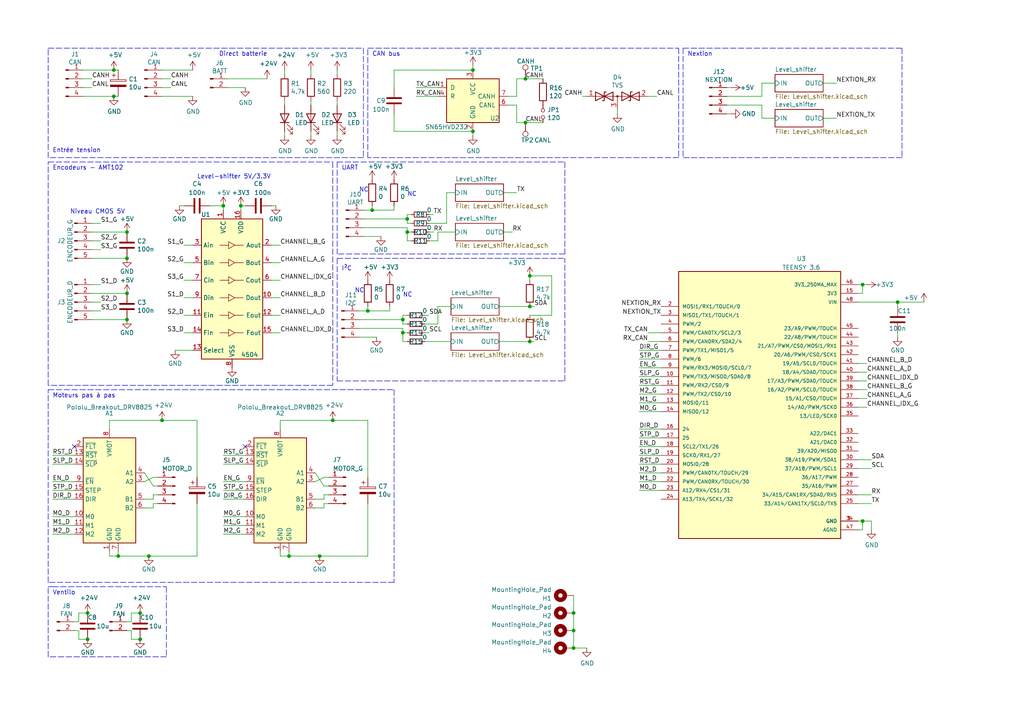
<source format=kicad_sch>
(kicad_sch (version 20211123) (generator eeschema)
  (paper "A4")
  (junction (at 118.11 63.5))
  (junction (at 33.02 27.94))
  (junction (at 166.37 187.96))
  (junction (at 40.64 185.42))
  (junction (at 92.71 161.29))
  (junction (at 166.37 182.88))
  (junction (at 153.67 99.06))
  (junction (at 118.11 67.31))
  (junction (at 36.83 92.71))
  (junction (at 34.29 161.29))
  (junction (at 33.02 20.32))
  (junction (at 69.85 59.69))
  (junction (at 36.83 67.31))
  (junction (at 64.77 59.69))
  (junction (at 152.4 35.56))
  (junction (at 46.99 121.92))
  (junction (at 166.37 177.8))
  (junction (at 260.35 87.63))
  (junction (at 43.18 161.29))
  (junction (at 40.64 177.8))
  (junction (at 137.16 38.1))
  (junction (at 107.95 60.96))
  (junction (at 153.67 80.01))
  (junction (at 116.84 92.71))
  (junction (at 250.19 82.55))
  (junction (at 153.67 88.9))
  (junction (at 106.68 90.17))
  (junction (at 25.4 177.8))
  (junction (at 36.83 74.93))
  (junction (at 25.4 185.42))
  (junction (at 96.52 121.92))
  (junction (at 116.84 96.52))
  (junction (at 137.16 20.32))
  (junction (at 36.83 85.09))
  (junction (at 83.82 161.29))
  (junction (at 250.19 151.13))
  (junction (at 152.4 22.86))
  (no_connect (at 21.59 129.54))
  (no_connect (at 71.12 129.54))
  (wire (pts (xy 44.45 144.78) (xy 44.45 143.51)))
  (wire (pts (xy 43.18 161.29) (xy 34.29 161.29)))
  (wire (pts (xy 44.45 138.43) (xy 45.72 138.43)))
  (wire (pts (xy 69.85 59.69) (xy 71.12 59.69)))
  (wire (pts (xy 248.92 110.49) (xy 251.46 110.49)))
  (wire (pts (xy 81.28 121.92) (xy 81.28 124.46)))
  (wire (pts (xy 24.13 22.86) (xy 26.67 22.86)))
  (wire (pts (xy 22.86 185.42) (xy 25.4 185.42)))
  (wire (pts (xy 26.67 90.17) (xy 29.21 90.17)))
  (wire (pts (xy 38.1 185.42) (xy 40.64 185.42)))
  (wire (pts (xy 147.32 27.94) (xy 149.86 27.94)))
  (wire (pts (xy 129.54 64.77) (xy 129.54 55.88)))
  (wire (pts (xy 118.11 67.31) (xy 119.38 67.31)))
  (polyline (pts (xy 114.3 113.03) (xy 114.3 168.91)))
  (wire (pts (xy 106.68 90.17) (xy 113.03 90.17)))
  (wire (pts (xy 26.67 87.63) (xy 29.21 87.63)))
  (wire (pts (xy 129.54 64.77) (xy 124.46 64.77)))
  (wire (pts (xy 26.67 67.31) (xy 36.83 67.31)))
  (wire (pts (xy 106.68 146.05) (xy 106.68 161.29)))
  (wire (pts (xy 149.86 27.94) (xy 149.86 22.86)))
  (polyline (pts (xy 163.83 46.99) (xy 163.83 73.66)))
  (wire (pts (xy 185.42 139.7) (xy 191.77 139.7)))
  (wire (pts (xy 104.14 90.17) (xy 106.68 90.17)))
  (wire (pts (xy 69.85 60.96) (xy 69.85 59.69)))
  (wire (pts (xy 106.68 90.17) (xy 106.68 88.9)))
  (wire (pts (xy 82.55 38.1) (xy 82.55 39.37)))
  (wire (pts (xy 118.11 66.04) (xy 118.11 67.31)))
  (wire (pts (xy 191.77 114.3) (xy 185.42 114.3)))
  (wire (pts (xy 22.86 182.88) (xy 22.86 185.42)))
  (wire (pts (xy 21.59 134.62) (xy 15.24 134.62)))
  (wire (pts (xy 106.68 138.43) (xy 106.68 121.92)))
  (wire (pts (xy 41.91 137.16) (xy 44.45 140.97)))
  (wire (pts (xy 118.11 62.23) (xy 118.11 63.5)))
  (wire (pts (xy 93.98 144.78) (xy 93.98 143.51)))
  (wire (pts (xy 64.77 60.96) (xy 64.77 59.69)))
  (wire (pts (xy 15.24 152.4) (xy 21.59 152.4)))
  (wire (pts (xy 116.84 93.98) (xy 116.84 92.71)))
  (wire (pts (xy 248.92 118.11) (xy 251.46 118.11)))
  (wire (pts (xy 90.17 29.21) (xy 90.17 30.48)))
  (wire (pts (xy 66.04 22.86) (xy 77.47 22.86)))
  (wire (pts (xy 210.82 33.02) (xy 212.09 33.02)))
  (wire (pts (xy 137.16 38.1) (xy 137.16 39.37)))
  (polyline (pts (xy 105.41 13.97) (xy 105.41 45.72)))
  (wire (pts (xy 166.37 182.88) (xy 166.37 177.8)))
  (polyline (pts (xy 13.97 113.03) (xy 114.3 113.03)))
  (polyline (pts (xy 106.68 13.97) (xy 196.85 13.97)))
  (wire (pts (xy 149.86 35.56) (xy 152.4 35.56)))
  (wire (pts (xy 116.84 96.52) (xy 118.11 96.52)))
  (wire (pts (xy 82.55 29.21) (xy 82.55 30.48)))
  (wire (pts (xy 21.59 144.78) (xy 15.24 144.78)))
  (wire (pts (xy 57.15 146.05) (xy 57.15 161.29)))
  (wire (pts (xy 26.67 74.93) (xy 36.83 74.93)))
  (wire (pts (xy 71.12 139.7) (xy 64.77 139.7)))
  (wire (pts (xy 185.42 116.84) (xy 191.77 116.84)))
  (wire (pts (xy 123.19 91.44) (xy 124.46 91.44)))
  (wire (pts (xy 127 93.98) (xy 123.19 93.98)))
  (wire (pts (xy 24.13 20.32) (xy 33.02 20.32)))
  (polyline (pts (xy 48.26 170.18) (xy 48.26 190.5)))
  (wire (pts (xy 118.11 91.44) (xy 116.84 91.44)))
  (wire (pts (xy 113.03 90.17) (xy 113.03 88.9)))
  (wire (pts (xy 116.84 91.44) (xy 116.84 92.71)))
  (polyline (pts (xy 163.83 73.66) (xy 97.79 73.66)))
  (wire (pts (xy 78.74 86.36) (xy 81.28 86.36)))
  (wire (pts (xy 26.67 82.55) (xy 29.21 82.55)))
  (wire (pts (xy 52.07 59.69) (xy 53.34 59.69)))
  (wire (pts (xy 46.99 27.94) (xy 55.88 27.94)))
  (wire (pts (xy 191.77 104.14) (xy 185.42 104.14)))
  (wire (pts (xy 34.29 160.02) (xy 34.29 161.29)))
  (wire (pts (xy 81.28 161.29) (xy 81.28 160.02)))
  (wire (pts (xy 187.96 27.94) (xy 190.5 27.94)))
  (polyline (pts (xy 48.26 190.5) (xy 13.97 190.5)))
  (polyline (pts (xy 97.79 46.99) (xy 163.83 46.99)))
  (wire (pts (xy 248.92 82.55) (xy 250.19 82.55)))
  (polyline (pts (xy 261.62 13.97) (xy 261.62 45.72)))
  (polyline (pts (xy 196.85 13.97) (xy 196.85 45.72)))
  (wire (pts (xy 36.83 182.88) (xy 38.1 182.88)))
  (wire (pts (xy 38.1 177.8) (xy 38.1 180.34)))
  (wire (pts (xy 114.3 33.02) (xy 114.3 38.1)))
  (wire (pts (xy 114.3 38.1) (xy 137.16 38.1)))
  (wire (pts (xy 114.3 20.32) (xy 137.16 20.32)))
  (wire (pts (xy 22.86 180.34) (xy 21.59 180.34)))
  (polyline (pts (xy 196.85 45.72) (xy 106.68 45.72)))
  (wire (pts (xy 248.92 135.89) (xy 252.73 135.89)))
  (polyline (pts (xy 163.83 110.49) (xy 163.83 74.93)))
  (wire (pts (xy 220.98 34.29) (xy 224.79 34.29)))
  (wire (pts (xy 71.12 142.24) (xy 64.77 142.24)))
  (wire (pts (xy 21.59 132.08) (xy 15.24 132.08)))
  (wire (pts (xy 97.79 38.1) (xy 97.79 39.37)))
  (wire (pts (xy 71.12 134.62) (xy 64.77 134.62)))
  (wire (pts (xy 57.15 138.43) (xy 57.15 121.92)))
  (wire (pts (xy 191.77 134.62) (xy 185.42 134.62)))
  (wire (pts (xy 31.75 121.92) (xy 31.75 124.46)))
  (wire (pts (xy 250.19 82.55) (xy 251.46 82.55)))
  (wire (pts (xy 93.98 143.51) (xy 95.25 143.51)))
  (wire (pts (xy 44.45 143.51) (xy 45.72 143.51)))
  (wire (pts (xy 107.95 60.96) (xy 107.95 59.69)))
  (wire (pts (xy 96.52 121.92) (xy 81.28 121.92)))
  (wire (pts (xy 191.77 132.08) (xy 185.42 132.08)))
  (wire (pts (xy 123.19 99.06) (xy 130.81 99.06)))
  (wire (pts (xy 166.37 187.96) (xy 170.18 187.96)))
  (wire (pts (xy 146.05 55.88) (xy 149.86 55.88)))
  (wire (pts (xy 105.41 66.04) (xy 118.11 66.04)))
  (wire (pts (xy 166.37 187.96) (xy 166.37 182.88)))
  (wire (pts (xy 26.67 72.39) (xy 29.21 72.39)))
  (polyline (pts (xy 13.97 190.5) (xy 13.97 170.18)))
  (wire (pts (xy 38.1 180.34) (xy 36.83 180.34)))
  (wire (pts (xy 147.32 30.48) (xy 149.86 30.48)))
  (wire (pts (xy 210.82 25.4) (xy 212.09 25.4)))
  (wire (pts (xy 127 88.9) (xy 130.81 88.9)))
  (wire (pts (xy 46.99 20.32) (xy 55.88 20.32)))
  (wire (pts (xy 250.19 151.13) (xy 252.73 151.13)))
  (polyline (pts (xy 114.3 168.91) (xy 13.97 168.91)))
  (wire (pts (xy 24.13 27.94) (xy 33.02 27.94)))
  (wire (pts (xy 46.99 22.86) (xy 49.53 22.86)))
  (wire (pts (xy 97.79 29.21) (xy 97.79 30.48)))
  (polyline (pts (xy 96.52 111.76) (xy 13.97 111.76)))
  (polyline (pts (xy 13.97 13.97) (xy 105.41 13.97)))
  (wire (pts (xy 250.19 153.67) (xy 250.19 151.13)))
  (wire (pts (xy 123.19 96.52) (xy 124.46 96.52)))
  (wire (pts (xy 116.84 99.06) (xy 118.11 99.06)))
  (wire (pts (xy 252.73 143.51) (xy 248.92 143.51)))
  (wire (pts (xy 53.34 76.2) (xy 55.88 76.2)))
  (wire (pts (xy 90.17 38.1) (xy 90.17 39.37)))
  (wire (pts (xy 53.34 81.28) (xy 55.88 81.28)))
  (wire (pts (xy 91.44 144.78) (xy 93.98 144.78)))
  (wire (pts (xy 119.38 64.77) (xy 118.11 64.77)))
  (wire (pts (xy 166.37 177.8) (xy 166.37 172.72)))
  (wire (pts (xy 220.98 30.48) (xy 220.98 34.29)))
  (wire (pts (xy 26.67 92.71) (xy 36.83 92.71)))
  (wire (pts (xy 118.11 93.98) (xy 116.84 93.98)))
  (wire (pts (xy 127 69.85) (xy 127 67.31)))
  (wire (pts (xy 248.92 151.13) (xy 250.19 151.13)))
  (wire (pts (xy 44.45 147.32) (xy 44.45 146.05)))
  (wire (pts (xy 83.82 161.29) (xy 81.28 161.29)))
  (wire (pts (xy 21.59 154.94) (xy 15.24 154.94)))
  (wire (pts (xy 191.77 101.6) (xy 185.42 101.6)))
  (wire (pts (xy 149.86 22.86) (xy 152.4 22.86)))
  (wire (pts (xy 21.59 142.24) (xy 15.24 142.24)))
  (wire (pts (xy 116.84 96.52) (xy 116.84 99.06)))
  (wire (pts (xy 250.19 85.09) (xy 248.92 85.09)))
  (wire (pts (xy 71.12 144.78) (xy 64.77 144.78)))
  (wire (pts (xy 137.16 19.05) (xy 137.16 20.32)))
  (wire (pts (xy 105.41 63.5) (xy 118.11 63.5)))
  (wire (pts (xy 105.41 60.96) (xy 107.95 60.96)))
  (wire (pts (xy 248.92 107.95) (xy 251.46 107.95)))
  (wire (pts (xy 91.44 137.16) (xy 93.98 140.97)))
  (polyline (pts (xy 97.79 46.99) (xy 97.79 73.66)))
  (wire (pts (xy 44.45 146.05) (xy 45.72 146.05)))
  (wire (pts (xy 191.77 96.52) (xy 187.96 96.52)))
  (wire (pts (xy 82.55 20.32) (xy 82.55 21.59)))
  (wire (pts (xy 71.12 149.86) (xy 64.77 149.86)))
  (wire (pts (xy 248.92 115.57) (xy 251.46 115.57)))
  (wire (pts (xy 124.46 62.23) (xy 125.73 62.23)))
  (wire (pts (xy 53.34 96.52) (xy 55.88 96.52)))
  (wire (pts (xy 78.74 59.69) (xy 80.01 59.69)))
  (wire (pts (xy 170.18 27.94) (xy 168.91 27.94)))
  (wire (pts (xy 21.59 182.88) (xy 22.86 182.88)))
  (wire (pts (xy 53.34 91.44) (xy 55.88 91.44)))
  (wire (pts (xy 78.74 91.44) (xy 81.28 91.44)))
  (wire (pts (xy 71.12 132.08) (xy 64.77 132.08)))
  (wire (pts (xy 224.79 24.13) (xy 220.98 24.13)))
  (wire (pts (xy 64.77 152.4) (xy 71.12 152.4)))
  (wire (pts (xy 105.41 68.58) (xy 110.49 68.58)))
  (wire (pts (xy 191.77 127) (xy 185.42 127)))
  (wire (pts (xy 41.91 139.7) (xy 44.45 138.43)))
  (wire (pts (xy 41.91 147.32) (xy 44.45 147.32)))
  (wire (pts (xy 153.67 81.28) (xy 153.67 80.01)))
  (wire (pts (xy 34.29 161.29) (xy 31.75 161.29)))
  (polyline (pts (xy 13.97 111.76) (xy 13.97 46.99)))
  (wire (pts (xy 127 93.98) (xy 127 88.9)))
  (wire (pts (xy 248.92 133.35) (xy 252.73 133.35)))
  (wire (pts (xy 118.11 67.31) (xy 118.11 69.85)))
  (wire (pts (xy 78.74 76.2) (xy 81.28 76.2)))
  (wire (pts (xy 191.77 99.06) (xy 187.96 99.06)))
  (wire (pts (xy 24.13 25.4) (xy 26.67 25.4)))
  (wire (pts (xy 160.02 91.44) (xy 153.67 91.44)))
  (wire (pts (xy 93.98 147.32) (xy 93.98 146.05)))
  (wire (pts (xy 260.35 87.63) (xy 267.97 87.63)))
  (wire (pts (xy 250.19 82.55) (xy 250.19 85.09)))
  (wire (pts (xy 38.1 177.8) (xy 40.64 177.8)))
  (wire (pts (xy 238.76 24.13) (xy 242.57 24.13)))
  (wire (pts (xy 144.78 88.9) (xy 153.67 88.9)))
  (wire (pts (xy 33.02 27.94) (xy 34.29 27.94)))
  (wire (pts (xy 78.74 81.28) (xy 81.28 81.28)))
  (polyline (pts (xy 105.41 45.72) (xy 13.97 45.72)))
  (wire (pts (xy 90.17 20.32) (xy 90.17 21.59)))
  (wire (pts (xy 26.67 69.85) (xy 29.21 69.85)))
  (wire (pts (xy 21.59 139.7) (xy 15.24 139.7)))
  (wire (pts (xy 179.07 31.75) (xy 179.07 33.02)))
  (polyline (pts (xy 13.97 45.72) (xy 13.97 13.97)))
  (wire (pts (xy 127 27.94) (xy 120.65 27.94)))
  (wire (pts (xy 104.14 95.25) (xy 116.84 95.25)))
  (wire (pts (xy 260.35 87.63) (xy 260.35 88.9)))
  (polyline (pts (xy 198.12 13.97) (xy 198.12 45.72)))
  (wire (pts (xy 153.67 88.9) (xy 154.94 88.9)))
  (wire (pts (xy 41.91 144.78) (xy 44.45 144.78)))
  (wire (pts (xy 44.45 140.97) (xy 45.72 140.97)))
  (wire (pts (xy 50.8 101.6) (xy 55.88 101.6)))
  (wire (pts (xy 114.3 60.96) (xy 114.3 59.69)))
  (wire (pts (xy 106.68 121.92) (xy 96.52 121.92)))
  (wire (pts (xy 124.46 69.85) (xy 127 69.85)))
  (wire (pts (xy 220.98 27.94) (xy 210.82 27.94)))
  (wire (pts (xy 91.44 147.32) (xy 93.98 147.32)))
  (polyline (pts (xy 198.12 13.97) (xy 261.62 13.97)))
  (polyline (pts (xy 97.79 110.49) (xy 163.83 110.49)))
  (wire (pts (xy 153.67 80.01) (xy 160.02 80.01)))
  (wire (pts (xy 191.77 109.22) (xy 185.42 109.22)))
  (wire (pts (xy 127 25.4) (xy 120.65 25.4)))
  (wire (pts (xy 21.59 149.86) (xy 15.24 149.86)))
  (wire (pts (xy 104.14 92.71) (xy 116.84 92.71)))
  (wire (pts (xy 46.99 121.92) (xy 31.75 121.92)))
  (polyline (pts (xy 106.68 45.72) (xy 106.68 13.97)))
  (wire (pts (xy 191.77 111.76) (xy 185.42 111.76)))
  (wire (pts (xy 220.98 24.13) (xy 220.98 27.94)))
  (polyline (pts (xy 97.79 74.93) (xy 163.83 74.93)))
  (wire (pts (xy 57.15 161.29) (xy 43.18 161.29)))
  (wire (pts (xy 93.98 146.05) (xy 95.25 146.05)))
  (polyline (pts (xy 13.97 170.18) (xy 15.24 170.18)))
  (wire (pts (xy 248.92 113.03) (xy 251.46 113.03)))
  (wire (pts (xy 118.11 69.85) (xy 119.38 69.85)))
  (wire (pts (xy 46.99 25.4) (xy 49.53 25.4)))
  (wire (pts (xy 149.86 30.48) (xy 149.86 35.56)))
  (wire (pts (xy 107.95 60.96) (xy 114.3 60.96)))
  (wire (pts (xy 60.96 59.69) (xy 64.77 59.69)))
  (wire (pts (xy 78.74 71.12) (xy 81.28 71.12)))
  (wire (pts (xy 33.02 20.32) (xy 34.29 20.32)))
  (wire (pts (xy 26.67 85.09) (xy 36.83 85.09)))
  (wire (pts (xy 248.92 105.41) (xy 251.46 105.41)))
  (wire (pts (xy 104.14 97.79) (xy 109.22 97.79)))
  (polyline (pts (xy 13.97 46.99) (xy 96.52 46.99)))
  (wire (pts (xy 152.4 22.86) (xy 157.48 22.86)))
  (polyline (pts (xy 15.24 170.18) (xy 48.26 170.18)))
  (polyline (pts (xy 96.52 46.99) (xy 96.52 111.76)))
  (wire (pts (xy 191.77 129.54) (xy 185.42 129.54)))
  (wire (pts (xy 97.79 20.32) (xy 97.79 21.59)))
  (wire (pts (xy 22.86 177.8) (xy 25.4 177.8)))
  (wire (pts (xy 106.68 161.29) (xy 92.71 161.29)))
  (wire (pts (xy 91.44 139.7) (xy 93.98 138.43)))
  (wire (pts (xy 114.3 25.4) (xy 114.3 20.32)))
  (wire (pts (xy 53.34 86.36) (xy 55.88 86.36)))
  (wire (pts (xy 146.05 67.31) (xy 148.59 67.31)))
  (wire (pts (xy 191.77 142.24) (xy 185.42 142.24)))
  (wire (pts (xy 124.46 67.31) (xy 125.73 67.31)))
  (wire (pts (xy 144.78 99.06) (xy 153.67 99.06)))
  (polyline (pts (xy 13.97 168.91) (xy 13.97 113.03)))
  (wire (pts (xy 127 67.31) (xy 132.08 67.31)))
  (wire (pts (xy 191.77 106.68) (xy 185.42 106.68)))
  (wire (pts (xy 118.11 64.77) (xy 118.11 63.5)))
  (wire (pts (xy 160.02 80.01) (xy 160.02 91.44)))
  (wire (pts (xy 260.35 96.52) (xy 260.35 97.79)))
  (wire (pts (xy 71.12 154.94) (xy 64.77 154.94)))
  (wire (pts (xy 83.82 160.02) (xy 83.82 161.29)))
  (wire (pts (xy 152.4 35.56) (xy 157.48 35.56)))
  (wire (pts (xy 191.77 124.46) (xy 185.42 124.46)))
  (wire (pts (xy 57.15 121.92) (xy 46.99 121.92)))
  (wire (pts (xy 93.98 140.97) (xy 95.25 140.97)))
  (wire (pts (xy 66.04 25.4) (xy 71.12 25.4)))
  (wire (pts (xy 153.67 99.06) (xy 154.94 99.06)))
  (wire (pts (xy 191.77 119.38) (xy 185.42 119.38)))
  (wire (pts (xy 116.84 95.25) (xy 116.84 96.52)))
  (wire (pts (xy 53.34 71.12) (xy 55.88 71.12)))
  (polyline (pts (xy 97.79 74.93) (xy 97.79 110.49)))
  (wire (pts (xy 252.73 146.05) (xy 248.92 146.05)))
  (wire (pts (xy 78.74 96.52) (xy 81.28 96.52)))
  (wire (pts (xy 22.86 177.8) (xy 22.86 180.34)))
  (wire (pts (xy 191.77 137.16) (xy 185.42 137.16)))
  (wire (pts (xy 119.38 62.23) (xy 118.11 62.23)))
  (wire (pts (xy 238.76 34.29) (xy 242.57 34.29)))
  (wire (pts (xy 248.92 87.63) (xy 260.35 87.63)))
  (wire (pts (xy 31.75 161.29) (xy 31.75 160.02)))
  (wire (pts (xy 248.92 153.67) (xy 250.19 153.67)))
  (wire (pts (xy 38.1 182.88) (xy 38.1 185.42)))
  (wire (pts (xy 252.73 151.13) (xy 252.73 153.67)))
  (wire (pts (xy 92.71 161.29) (xy 83.82 161.29)))
  (wire (pts (xy 26.67 64.77) (xy 29.21 64.77)))
  (wire (pts (xy 93.98 138.43) (xy 95.25 138.43)))
  (wire (pts (xy 129.54 55.88) (xy 132.08 55.88)))
  (wire (pts (xy 210.82 30.48) (xy 220.98 30.48)))
  (polyline (pts (xy 261.62 45.72) (xy 198.12 45.72)))
  (text "Entrée tension" (at 15.24 44.45 0) (effects (font (size 1.27 1.27)) (justify left bottom)))
  (text "Nextion" (at 199.39 16.51 0) (effects (font (size 1.27 1.27)) (justify left bottom)))
  (text "Level-shifter 5V/3.3V" (at 57.15 52.07 0) (effects (font (size 1.27 1.27)) (justify left bottom)))
  (text "NC\n" (at 118.11 57.15 0) (effects (font (size 1.27 1.27)) (justify left bottom)))
  (text "Niveau CMOS 5V" (at 20.32 62.23 0) (effects (font (size 1.27 1.27)) (justify left bottom)))
  (text "I²C" (at 99.06 78.74 0) (effects (font (size 1.27 1.27)) (justify left bottom)))
  (text "NC\n" (at 104.14 55.88 0) (effects (font (size 1.27 1.27)) (justify left bottom)))
  (text "NC\n" (at 116.84 86.36 0) (effects (font (size 1.27 1.27)) (justify left bottom)))
  (text "Direct batterie" (at 63.5 16.51 0) (effects (font (size 1.27 1.27)) (justify left bottom)))
  (text "Ventilo" (at 15.24 172.72 0) (effects (font (size 1.27 1.27)) (justify left bottom)))
  (text "CAN bus" (at 107.95 16.51 0) (effects (font (size 1.27 1.27)) (justify left bottom)))
  (text "NC\n" (at 102.87 85.09 0) (effects (font (size 1.27 1.27)) (justify left bottom)))
  (text "UART\n" (at 99.06 49.53 0) (effects (font (size 1.27 1.27)) (justify left bottom)))
  (text "Moteurs pas à pas" (at 15.24 115.57 0) (effects (font (size 1.27 1.27)) (justify left bottom)))
  (text "Encodeurs - AMT102" (at 15.24 49.53 0) (effects (font (size 1.27 1.27)) (justify left bottom)))
  (label "TX_CAN" (at 120.65 25.4 0))
  (label "S1_D" (at 53.34 86.36 180))
  (label "S2_G" (at 29.21 69.85 0))
  (label "DIR_G" (at 64.77 144.78 0))
  (label "TX" (at 149.86 55.88 0))
  (label "RX" (at 125.73 67.31 0))
  (label "M0_D" (at 185.42 142.24 0))
  (label "S1_G" (at 29.21 64.77 0))
  (label "CANH" (at 152.4 22.86 0))
  (label "TX_CAN" (at 187.96 96.52 180))
  (label "DIR_D" (at 185.42 124.46 0))
  (label "SLP_G" (at 185.42 109.22 0))
  (label "RX" (at 252.73 143.51 0))
  (label "M1_G" (at 185.42 116.84 0))
  (label "TX" (at 252.73 146.05 0))
  (label "CHANNEL_IDX_G" (at 251.46 118.11 0))
  (label "CHANNEL_A_D" (at 251.46 107.95 0))
  (label "CANL" (at 49.53 25.4 0))
  (label "EN_D" (at 185.42 129.54 0))
  (label "DIR_D" (at 15.24 144.78 0))
  (label "SLP_G" (at 64.77 134.62 0))
  (label "TX" (at 125.73 62.23 0))
  (label "CHANNEL_A_D" (at 81.28 91.44 0))
  (label "M2_D" (at 15.24 154.94 0))
  (label "CANH" (at 49.53 22.86 0))
  (label "M0_G" (at 185.42 119.38 0))
  (label "CANL" (at 26.67 25.4 0))
  (label "NEXTION_RX" (at 191.77 88.9 180))
  (label "M0_D" (at 15.24 149.86 0))
  (label "CANH" (at 26.67 22.86 0))
  (label "NEXTION_TX" (at 242.57 34.29 0))
  (label "S2_G" (at 53.34 76.2 180))
  (label "S2_D" (at 53.34 91.44 180))
  (label "SLP_D" (at 185.42 132.08 0))
  (label "SDA" (at 154.94 88.9 0))
  (label "S2_D" (at 29.21 87.63 0))
  (label "CANH" (at 168.91 27.94 180))
  (label "DIR_G" (at 185.42 101.6 0))
  (label "SCL" (at 124.46 96.52 0))
  (label "CHANNEL_B_G" (at 251.46 113.03 0))
  (label "CHANNEL_A_G" (at 81.28 76.2 0))
  (label "STP_D" (at 185.42 127 0))
  (label "STP_D" (at 15.24 142.24 0))
  (label "SCL" (at 154.94 99.06 0))
  (label "S3_G" (at 29.21 72.39 0))
  (label "S3_D" (at 53.34 96.52 180))
  (label "EN_G" (at 185.42 106.68 0))
  (label "CHANNEL_B_D" (at 81.28 86.36 0))
  (label "M1_D" (at 15.24 152.4 0))
  (label "CHANNEL_B_D" (at 251.46 105.41 0))
  (label "RST_G" (at 185.42 111.76 0))
  (label "EN_G" (at 64.77 139.7 0))
  (label "M2_D" (at 185.42 137.16 0))
  (label "NEXTION_TX" (at 191.77 91.44 180))
  (label "CHANNEL_A_G" (at 251.46 115.57 0))
  (label "RST_D" (at 15.24 132.08 0))
  (label "RX_CAN" (at 120.65 27.94 0))
  (label "SCL" (at 252.73 135.89 0))
  (label "STP_G" (at 64.77 142.24 0))
  (label "M2_G" (at 185.42 114.3 0))
  (label "STP_G" (at 185.42 104.14 0))
  (label "RST_G" (at 64.77 132.08 0))
  (label "EN_D" (at 15.24 139.7 0))
  (label "M1_D" (at 185.42 139.7 0))
  (label "SLP_D" (at 15.24 134.62 0))
  (label "M2_G" (at 64.77 154.94 0))
  (label "SDA" (at 252.73 133.35 0))
  (label "RX_CAN" (at 187.96 99.06 180))
  (label "S1_D" (at 29.21 82.55 0))
  (label "CHANNEL_IDX_D" (at 251.46 110.49 0))
  (label "NEXTION_RX" (at 242.57 24.13 0))
  (label "RST_D" (at 185.42 134.62 0))
  (label "S3_D" (at 29.21 90.17 0))
  (label "CHANNEL_IDX_D" (at 81.28 96.52 0))
  (label "M0_G" (at 64.77 149.86 0))
  (label "RX" (at 148.59 67.31 0))
  (label "CANL" (at 190.5 27.94 0))
  (label "SDA" (at 124.46 91.44 0))
  (label "S3_G" (at 53.34 81.28 180))
  (label "M1_G" (at 64.77 152.4 0))
  (label "S1_G" (at 53.34 71.12 180))
  (label "CANL" (at 152.4 35.56 0))
  (label "CHANNEL_IDX_G" (at 81.28 81.28 0))
  (label "CHANNEL_B_G" (at 81.28 71.12 0))
  (symbol (lib_id "Driver_Motor:Pololu_Breakout_DRV8825") (at 81.28 139.7 0) (unit 1)
    (property "Reference" "A2" (at 81.28 119.8626 0))
    (property "Value" "Pololu_Breakout_DRV8825" (at 81.28 118.11 0))
    (property "Footprint" "Module:Pololu_Breakout-16_15.2x20.3mm" (effects hide))
    (property "Datasheet" "https://www.pololu.com/product/2982" (effects hide))
  )
  (symbol (lib_id "Connector:Conn_01x04_Male") (at 19.05 22.86 0) (unit 1)
    (property "Reference" "J1" (at 21.7932 15.7226 0))
    (property "Value" "CAN" (at 21.7932 18.034 0))
    (property "Footprint" "AREA_lib_Connector:690367290476" (effects hide))
  )
  (symbol (lib_id "power:+5V") (at 33.02 20.32 0) (unit 1)
    (property "Reference" "#PWR01" (effects hide))
    (property "Value" "+5V" (at 33.401 15.9258 0))
  )
  (symbol (lib_id "power:GND") (at 33.02 27.94 0) (unit 1)
    (property "Reference" "#PWR02" (effects hide))
    (property "Value" "GND" (at 33.147 32.3342 0))
  )
  (symbol (lib_id "Connector:Conn_01x04_Male") (at 41.91 22.86 0) (unit 1)
    (property "Reference" "J4" (at 44.6532 15.7226 0))
    (property "Value" "CAN" (at 44.6532 18.034 0))
    (property "Footprint" "AREA_lib_Connector:690367290476" (effects hide))
  )
  (symbol (lib_id "power:+5V") (at 55.88 20.32 0) (unit 1)
    (property "Reference" "#PWR011" (effects hide))
    (property "Value" "+5V" (at 56.261 15.9258 0))
  )
  (symbol (lib_id "power:GND") (at 55.88 27.94 0) (unit 1)
    (property "Reference" "#PWR012" (effects hide))
    (property "Value" "GND" (at 56.007 32.3342 0))
  )
  (symbol (lib_id "Connector:Conn_01x02_Male") (at 60.96 22.86 0) (unit 1)
    (property "Reference" "J6" (at 63.7032 18.2626 0))
    (property "Value" "BATT" (at 63.7032 20.574 0))
    (property "Footprint" "AREA_lib_Connector:Wuerth_batcon_691313710002" (effects hide))
  )
  (symbol (lib_id "power:+24V") (at 77.47 22.86 0) (unit 1)
    (property "Reference" "#PWR017" (effects hide))
    (property "Value" "+24V" (at 77.851 18.4658 0))
  )
  (symbol (lib_id "power:GND") (at 71.12 25.4 0) (unit 1)
    (property "Reference" "#PWR016" (effects hide))
    (property "Value" "GND" (at 71.247 29.7942 0))
  )
  (symbol (lib_id "Device:R") (at 82.55 25.4 0) (unit 1)
    (property "Reference" "R1" (at 84.328 24.2316 0) (effects (justify left)))
    (property "Value" "4.7k" (at 84.328 26.543 0) (effects (justify left)))
    (property "Footprint" "Resistor_SMD:R_0805_2012Metric_Pad1.20x1.40mm_HandSolder" (effects hide))
  )
  (symbol (lib_id "Device:LED") (at 82.55 34.29 90) (unit 1)
    (property "Reference" "D1" (at 85.5472 33.2994 90) (effects (justify right)))
    (property "Value" "LED" (at 85.5472 35.6108 90) (effects (justify right)))
    (property "Footprint" "LED_SMD:LED_0805_2012Metric_Pad1.15x1.40mm_HandSolder" (effects hide))
  )
  (symbol (lib_id "power:+24V") (at 82.55 20.32 0) (unit 1)
    (property "Reference" "#PWR019" (effects hide))
    (property "Value" "+24V" (at 82.931 15.9258 0))
  )
  (symbol (lib_id "power:GND") (at 82.55 39.37 0) (unit 1)
    (property "Reference" "#PWR020" (effects hide))
    (property "Value" "GND" (at 82.677 43.7642 0))
  )
  (symbol (lib_id "Device:R") (at 90.17 25.4 0) (unit 1)
    (property "Reference" "R2" (at 91.948 24.2316 0) (effects (justify left)))
    (property "Value" "560" (at 91.948 26.543 0) (effects (justify left)))
    (property "Footprint" "Resistor_SMD:R_0805_2012Metric_Pad1.20x1.40mm_HandSolder" (effects hide))
  )
  (symbol (lib_id "Device:LED") (at 90.17 34.29 90) (unit 1)
    (property "Reference" "D2" (at 93.1672 33.2994 90) (effects (justify right)))
    (property "Value" "LED" (at 93.1672 35.6108 90) (effects (justify right)))
    (property "Footprint" "LED_SMD:LED_0805_2012Metric_Pad1.15x1.40mm_HandSolder" (effects hide))
  )
  (symbol (lib_id "power:GND") (at 90.17 39.37 0) (unit 1)
    (property "Reference" "#PWR022" (effects hide))
    (property "Value" "GND" (at 90.297 43.7642 0))
  )
  (symbol (lib_id "Device:R") (at 97.79 25.4 0) (unit 1)
    (property "Reference" "R3" (at 99.568 24.2316 0) (effects (justify left)))
    (property "Value" "220" (at 99.568 26.543 0) (effects (justify left)))
    (property "Footprint" "Resistor_SMD:R_0805_2012Metric_Pad1.20x1.40mm_HandSolder" (effects hide))
  )
  (symbol (lib_id "Device:LED") (at 97.79 34.29 90) (unit 1)
    (property "Reference" "D3" (at 100.7872 33.2994 90) (effects (justify right)))
    (property "Value" "LED" (at 100.7872 35.6108 90) (effects (justify right)))
    (property "Footprint" "LED_SMD:LED_0805_2012Metric_Pad1.15x1.40mm_HandSolder" (effects hide))
  )
  (symbol (lib_id "power:GND") (at 97.79 39.37 0) (unit 1)
    (property "Reference" "#PWR026" (effects hide))
    (property "Value" "GND" (at 97.917 43.7642 0))
  )
  (symbol (lib_id "power:+5V") (at 90.17 20.32 0) (unit 1)
    (property "Reference" "#PWR021" (effects hide))
    (property "Value" "+5V" (at 90.551 15.9258 0))
  )
  (symbol (lib_id "power:+3.3V") (at 97.79 20.32 0) (unit 1)
    (property "Reference" "#PWR025" (effects hide))
    (property "Value" "+3.3V" (at 98.171 15.9258 0))
  )
  (symbol (lib_id "Device:CP") (at 34.29 24.13 0) (unit 1)
    (property "Reference" "C1" (at 37.2872 22.9616 0) (effects (justify left)))
    (property "Value" "10u" (at 37.2872 25.273 0) (effects (justify left)))
    (property "Footprint" "Capacitor_THT:CP_Radial_D5.0mm_P2.00mm" (effects hide))
  )
  (symbol (lib_id "Connector:Conn_01x05_Male") (at 21.59 69.85 0) (unit 1)
    (property "Reference" "J2" (at 17.78 69.85 0))
    (property "Value" "ENCODEUR_G" (at 20.32 69.85 90))
    (property "Footprint" "Connector_PinHeader_2.54mm:PinHeader_1x05_P2.54mm_Vertical" (effects hide))
  )
  (symbol (lib_id "Device:C") (at 36.83 71.12 0) (unit 1)
    (property "Reference" "C2" (at 39.751 69.9516 0) (effects (justify left)))
    (property "Value" "100n" (at 39.751 72.263 0) (effects (justify left)))
    (property "Footprint" "Capacitor_SMD:C_0805_2012Metric_Pad1.18x1.45mm_HandSolder" (effects hide))
  )
  (symbol (lib_id "power:+5V") (at 36.83 67.31 0) (unit 1)
    (property "Reference" "#PWR03" (effects hide))
    (property "Value" "+5V" (at 36.83 63.5 0))
  )
  (symbol (lib_id "power:GND") (at 36.83 74.93 0) (unit 1)
    (property "Reference" "#PWR04" (effects hide))
    (property "Value" "GND" (at 36.83 78.74 0))
  )
  (symbol (lib_id "Connector:Conn_01x05_Male") (at 21.59 87.63 0) (unit 1)
    (property "Reference" "J3" (at 17.78 87.63 0))
    (property "Value" "ENCODEUR_D" (at 20.32 87.63 90))
    (property "Footprint" "Connector_PinHeader_2.54mm:PinHeader_1x05_P2.54mm_Vertical" (effects hide))
  )
  (symbol (lib_id "Device:C") (at 36.83 88.9 0) (unit 1)
    (property "Reference" "C3" (at 39.751 87.7316 0) (effects (justify left)))
    (property "Value" "100n" (at 39.751 90.043 0) (effects (justify left)))
    (property "Footprint" "Capacitor_SMD:C_0805_2012Metric_Pad1.18x1.45mm_HandSolder" (effects hide))
  )
  (symbol (lib_id "power:+5V") (at 36.83 85.09 0) (unit 1)
    (property "Reference" "#PWR05" (effects hide))
    (property "Value" "+5V" (at 36.83 81.28 0))
  )
  (symbol (lib_id "power:GND") (at 36.83 92.71 0) (unit 1)
    (property "Reference" "#PWR06" (effects hide))
    (property "Value" "GND" (at 36.83 96.52 0))
  )
  (symbol (lib_id "4xxx:4504") (at 67.31 83.82 0) (unit 1)
    (property "Reference" "U1" (at 59.69 62.23 0))
    (property "Value" "4504" (at 72.39 102.87 0))
    (property "Footprint" "Package_SO:TSSOP-16_4.4x5mm_P0.65mm" (effects hide))
    (property "Datasheet" "http://www.ti.com/lit/ds/symlink/cd4504b.pdf" (effects hide))
  )
  (symbol (lib_id "power:GND") (at 67.31 106.68 0) (unit 1)
    (property "Reference" "#PWR014" (effects hide))
    (property "Value" "GND" (at 67.31 110.49 0))
  )
  (symbol (lib_id "Device:C") (at 74.93 59.69 270) (mirror x) (unit 1)
    (property "Reference" "C6" (at 74.93 53.2892 90))
    (property "Value" "100n" (at 76.2 55.88 90))
    (property "Footprint" "Capacitor_SMD:C_0805_2012Metric_Pad1.18x1.45mm_HandSolder" (effects hide))
  )
  (symbol (lib_id "Device:C") (at 57.15 59.69 90) (mirror x) (unit 1)
    (property "Reference" "C4" (at 57.15 53.34 90))
    (property "Value" "100n" (at 57.15 55.88 90))
    (property "Footprint" "Capacitor_SMD:C_0805_2012Metric_Pad1.18x1.45mm_HandSolder" (effects hide))
  )
  (symbol (lib_id "power:GND") (at 80.01 59.69 0) (unit 1)
    (property "Reference" "#PWR018" (effects hide))
    (property "Value" "GND" (at 80.01 63.5 0))
  )
  (symbol (lib_id "power:GND") (at 52.07 59.69 0) (unit 1)
    (property "Reference" "#PWR010" (effects hide))
    (property "Value" "GND" (at 52.07 63.5 0))
  )
  (symbol (lib_id "power:+5V") (at 64.77 59.69 0) (unit 1)
    (property "Reference" "#PWR013" (effects hide))
    (property "Value" "+5V" (at 64.77 55.88 0))
  )
  (symbol (lib_id "power:+3.3V") (at 69.85 59.69 0) (unit 1)
    (property "Reference" "#PWR015" (effects hide))
    (property "Value" "+3.3V" (at 69.85 55.88 0))
  )
  (symbol (lib_id "power:GND") (at 50.8 101.6 0) (unit 1)
    (property "Reference" "#PWR09" (effects hide))
    (property "Value" "GND" (at 50.8 105.41 0))
  )
  (symbol (lib_id "Connector:Conn_01x04_Male") (at 99.06 92.71 0) (unit 1)
    (property "Reference" "J11" (at 101.8032 85.5726 0))
    (property "Value" "I2C" (at 101.8032 87.884 0))
    (property "Footprint" "AREA_lib_Connector:Wuerth_2.54mm_4pins_61900411121" (effects hide))
  )
  (symbol (lib_id "Device:CP") (at 106.68 142.24 0) (unit 1)
    (property "Reference" "C7" (at 109.6772 141.0716 0) (effects (justify left)))
    (property "Value" "10u" (at 109.6772 143.383 0) (effects (justify left)))
    (property "Footprint" "Capacitor_THT:CP_Radial_D8.0mm_P3.50mm" (effects hide))
  )
  (symbol (lib_id "power:GND") (at 92.71 161.29 0) (unit 1)
    (property "Reference" "#PWR023" (effects hide))
    (property "Value" "GND" (at 92.71 165.1 0))
  )
  (symbol (lib_id "power:+24V") (at 96.52 121.92 0) (unit 1)
    (property "Reference" "#PWR024" (effects hide))
    (property "Value" "+24V" (at 96.901 117.5258 0))
  )
  (symbol (lib_id "Device:R") (at 106.68 85.09 0) (unit 1)
    (property "Reference" "R5" (at 108.458 83.9216 0) (effects (justify left)))
    (property "Value" "0" (at 108.458 86.233 0) (effects (justify left)))
    (property "Footprint" "Resistor_SMD:R_0805_2012Metric_Pad1.20x1.40mm_HandSolder" (effects hide))
  )
  (symbol (lib_id "Device:R") (at 113.03 85.09 0) (unit 1)
    (property "Reference" "R7" (at 114.808 83.9216 0) (effects (justify left)))
    (property "Value" "0" (at 114.808 86.233 0) (effects (justify left)))
    (property "Footprint" "Resistor_SMD:R_0805_2012Metric_Pad1.20x1.40mm_HandSolder" (effects hide))
  )
  (symbol (lib_id "power:+5V") (at 106.68 81.28 0) (unit 1)
    (property "Reference" "#PWR034" (effects hide))
    (property "Value" "+5V" (at 105.41 77.47 0) (effects (justify left)))
  )
  (symbol (lib_id "Connector:Conn_01x04_Male") (at 100.33 140.97 0) (mirror y) (unit 1)
    (property "Reference" "J7" (at 96.52 133.35 0) (effects (justify right)))
    (property "Value" "MOTOR_G" (at 96.52 135.89 0) (effects (justify right)))
    (property "Footprint" "AREA_lib_Connector:Wuerth_2.54mm_4pins_61900411121" (effects hide))
  )
  (symbol (lib_id "power:+3.3V") (at 113.03 81.28 0) (unit 1)
    (property "Reference" "#PWR040" (effects hide))
    (property "Value" "+3.3V" (at 113.03 77.47 0))
  )
  (symbol (lib_id "Driver_Motor:Pololu_Breakout_DRV8825") (at 31.75 139.7 0) (unit 1)
    (property "Reference" "A1" (at 31.75 119.8626 0))
    (property "Value" "Pololu_Breakout_DRV8825" (at 31.75 118.11 0))
    (property "Footprint" "Module:Pololu_Breakout-16_15.2x20.3mm" (effects hide))
    (property "Datasheet" "https://www.pololu.com/product/2982" (effects hide))
  )
  (symbol (lib_id "Device:CP") (at 57.15 142.24 0) (unit 1)
    (property "Reference" "C5" (at 60.1472 141.0716 0) (effects (justify left)))
    (property "Value" "10u" (at 60.1472 143.383 0) (effects (justify left)))
    (property "Footprint" "Capacitor_THT:CP_Radial_D5.0mm_P2.00mm" (effects hide))
  )
  (symbol (lib_id "power:GND") (at 43.18 161.29 0) (unit 1)
    (property "Reference" "#PWR07" (effects hide))
    (property "Value" "GND" (at 43.18 165.1 0))
  )
  (symbol (lib_id "power:+24V") (at 46.99 121.92 0) (unit 1)
    (property "Reference" "#PWR08" (effects hide))
    (property "Value" "+24V" (at 47.371 117.5258 0))
  )
  (symbol (lib_id "Connector:Conn_01x04_Male") (at 50.8 140.97 0) (mirror y) (unit 1)
    (property "Reference" "J5" (at 46.99 133.35 0) (effects (justify right)))
    (property "Value" "MOTOR_D" (at 46.99 135.89 0) (effects (justify right)))
    (property "Footprint" "AREA_lib_Connector:Wuerth_2.54mm_4pins_61900411121" (effects hide))
  )
  (symbol (lib_id "power:GND") (at 109.22 97.79 0) (unit 1)
    (property "Reference" "#PWR036" (effects hide))
    (property "Value" "GND" (at 109.22 101.6 0))
  )
  (symbol (lib_id "Interface_CAN_LIN:SN65HVD232") (at 137.16 27.94 0) (unit 1)
    (property "Reference" "U2" (at 143.51 34.29 0))
    (property "Value" "SN65HVD232" (at 129.54 36.83 0))
    (property "Footprint" "Package_SO:SOIC-8_3.9x4.9mm_P1.27mm" (effects hide))
    (property "Datasheet" "http://www.ti.com/lit/ds/symlink/sn65hvd230.pdf" (effects hide))
  )
  (symbol (lib_id "Device:R") (at 157.48 26.67 0) (unit 1)
    (property "Reference" "R16" (at 159.258 25.5016 0) (effects (justify left)))
    (property "Value" "120" (at 159.258 27.813 0) (effects (justify left)))
    (property "Footprint" "Resistor_SMD:R_0805_2012Metric_Pad1.20x1.40mm_HandSolder" (effects hide))
  )
  (symbol (lib_id "Device:Jumper_NO_Small") (at 157.48 33.02 270) (unit 1)
    (property "Reference" "JP1" (at 158.6992 31.8516 90) (effects (justify left)))
    (property "Value" "120" (at 158.6992 34.163 90) (effects (justify left)))
    (property "Footprint" "Connector_PinHeader_2.54mm:PinHeader_1x02_P2.54mm_Vertical" (effects hide))
  )
  (symbol (lib_id "Device:D_TVS_x2_AAC") (at 179.07 27.94 0) (unit 1)
    (property "Reference" "D4" (at 179.07 22.4282 0))
    (property "Value" "TVS" (at 179.07 24.7396 0))
    (property "Footprint" "Package_TO_SOT_SMD:SOT-23" (effects hide))
  )
  (symbol (lib_id "Connector:TestPoint") (at 152.4 22.86 0) (unit 1)
    (property "Reference" "TP1" (at 153.8732 19.8628 0) (effects (justify left)))
    (property "Value" "CANH" (at 149.86 17.78 0) (effects (justify left)))
    (property "Footprint" "TestPoint:TestPoint_Pad_D1.0mm" (effects hide))
  )
  (symbol (lib_id "Connector:TestPoint") (at 152.4 35.56 180) (unit 1)
    (property "Reference" "TP2" (at 151.13 40.64 0) (effects (justify right)))
    (property "Value" "CANL" (at 154.94 40.64 0) (effects (justify right)))
    (property "Footprint" "TestPoint:TestPoint_Pad_D1.0mm" (effects hide))
  )
  (symbol (lib_id "power:GND") (at 179.07 33.02 0) (unit 1)
    (property "Reference" "#PWR041" (effects hide))
    (property "Value" "GND" (at 179.197 37.4142 0))
  )
  (symbol (lib_id "power:+3.3V") (at 137.16 19.05 0) (unit 1)
    (property "Reference" "#PWR032" (effects hide))
    (property "Value" "+3.3V" (at 137.16 15.24 0))
  )
  (symbol (lib_id "power:GND") (at 137.16 39.37 0) (unit 1)
    (property "Reference" "#PWR033" (effects hide))
    (property "Value" "GND" (at 137.287 43.7642 0))
  )
  (symbol (lib_id "Device:C") (at 114.3 29.21 0) (mirror x) (unit 1)
    (property "Reference" "C9" (at 110.49 29.21 0))
    (property "Value" "100n" (at 110.49 31.75 0))
    (property "Footprint" "Capacitor_SMD:C_0805_2012Metric_Pad1.18x1.45mm_HandSolder" (effects hide))
  )
  (symbol (lib_id "Connector:Conn_01x02_Male") (at 16.51 180.34 0) (unit 1)
    (property "Reference" "J8" (at 19.2532 175.7426 0))
    (property "Value" "FAN" (at 19.2532 178.054 0))
    (property "Footprint" "AREA_lib_Connector:Wuerth_2.54mm_2pins_61900211121" (effects hide))
  )
  (symbol (lib_id "power:GND") (at 25.4 185.42 0) (unit 1)
    (property "Reference" "#PWR028" (effects hide))
    (property "Value" "GND" (at 25.4 189.23 0))
  )
  (symbol (lib_id "power:+24V") (at 25.4 177.8 0) (unit 1)
    (property "Reference" "#PWR027" (effects hide))
    (property "Value" "+24V" (at 25.781 173.4058 0))
  )
  (symbol (lib_id "Connector:Conn_01x04_Male") (at 205.74 27.94 0) (unit 1)
    (property "Reference" "J12" (at 208.4832 20.8026 0))
    (property "Value" "NEXTION" (at 208.4832 23.114 0))
    (property "Footprint" "AREA_lib_Connector:Wuerth_2.54mm_4pins_61900411121" (effects hide))
  )
  (symbol (lib_id "power:+5V") (at 212.09 25.4 270) (unit 1)
    (property "Reference" "#PWR038" (effects hide))
    (property "Value" "+5V" (at 214.63 25.4 90) (effects (justify left)))
  )
  (symbol (lib_id "power:GND") (at 212.09 33.02 90) (unit 1)
    (property "Reference" "#PWR039" (effects hide))
    (property "Value" "GND" (at 217.17 33.02 90))
  )
  (symbol (lib_id "Device:R_Small") (at 120.65 93.98 270) (unit 1)
    (property "Reference" "R13" (at 120.65 93.98 90))
    (property "Value" "0" (at 123.19 92.71 90))
    (property "Footprint" "Resistor_SMD:R_0805_2012Metric_Pad1.20x1.40mm_HandSolder" (effects hide))
  )
  (symbol (lib_id "Device:R_Small") (at 120.65 91.44 270) (unit 1)
    (property "Reference" "R12" (at 120.65 91.44 90))
    (property "Value" "0" (at 123.19 90.17 90))
    (property "Footprint" "Resistor_SMD:R_0805_2012Metric_Pad1.20x1.40mm_HandSolder" (effects hide))
  )
  (symbol (lib_id "Device:R_Small") (at 120.65 99.06 270) (unit 1)
    (property "Reference" "R15" (at 120.65 99.06 90))
    (property "Value" "0" (at 123.19 97.79 90))
    (property "Footprint" "Resistor_SMD:R_0805_2012Metric_Pad1.20x1.40mm_HandSolder" (effects hide))
  )
  (symbol (lib_id "Device:R_Small") (at 120.65 96.52 270) (unit 1)
    (property "Reference" "R14" (at 120.65 96.52 90))
    (property "Value" "0" (at 123.19 95.25 90))
    (property "Footprint" "Resistor_SMD:R_0805_2012Metric_Pad1.20x1.40mm_HandSolder" (effects hide))
  )
  (symbol (lib_id "Connector:Conn_01x04_Male") (at 100.33 63.5 0) (unit 1)
    (property "Reference" "J10" (at 103.0732 56.3626 0))
    (property "Value" "UART" (at 103.0732 58.674 0))
    (property "Footprint" "AREA_lib_Connector:Wuerth_2.54mm_4pins_61900411121" (effects hide))
  )
  (symbol (lib_id "Device:R") (at 107.95 55.88 0) (unit 1)
    (property "Reference" "R4" (at 109.728 54.7116 0) (effects (justify left)))
    (property "Value" "0" (at 109.728 57.023 0) (effects (justify left)))
    (property "Footprint" "Resistor_SMD:R_0805_2012Metric_Pad1.20x1.40mm_HandSolder" (effects hide))
  )
  (symbol (lib_id "Device:R") (at 114.3 55.88 0) (unit 1)
    (property "Reference" "R6" (at 116.078 54.7116 0) (effects (justify left)))
    (property "Value" "0" (at 116.078 57.023 0) (effects (justify left)))
    (property "Footprint" "Resistor_SMD:R_0805_2012Metric_Pad1.20x1.40mm_HandSolder" (effects hide))
  )
  (symbol (lib_id "power:+5V") (at 107.95 52.07 0) (unit 1)
    (property "Reference" "#PWR031" (effects hide))
    (property "Value" "+5V" (at 106.68 48.26 0) (effects (justify left)))
  )
  (symbol (lib_id "power:+3.3V") (at 114.3 52.07 0) (unit 1)
    (property "Reference" "#PWR037" (effects hide))
    (property "Value" "+3.3V" (at 114.3 48.26 0))
  )
  (symbol (lib_id "power:GND") (at 110.49 68.58 0) (unit 1)
    (property "Reference" "#PWR035" (effects hide))
    (property "Value" "GND" (at 110.49 72.39 0))
  )
  (symbol (lib_id "Device:R_Small") (at 121.92 64.77 270) (unit 1)
    (property "Reference" "R9" (at 121.92 64.77 90))
    (property "Value" "0" (at 124.46 63.5 90))
    (property "Footprint" "Resistor_SMD:R_0805_2012Metric_Pad1.20x1.40mm_HandSolder" (effects hide))
  )
  (symbol (lib_id "Device:R_Small") (at 121.92 62.23 270) (unit 1)
    (property "Reference" "R8" (at 121.92 62.23 90))
    (property "Value" "0" (at 124.46 60.96 90))
    (property "Footprint" "Resistor_SMD:R_0805_2012Metric_Pad1.20x1.40mm_HandSolder" (effects hide))
  )
  (symbol (lib_id "Device:R_Small") (at 121.92 69.85 270) (unit 1)
    (property "Reference" "R11" (at 121.92 69.85 90))
    (property "Value" "0" (at 124.46 68.58 90))
    (property "Footprint" "Resistor_SMD:R_0805_2012Metric_Pad1.20x1.40mm_HandSolder" (effects hide))
  )
  (symbol (lib_id "Device:R_Small") (at 121.92 67.31 270) (unit 1)
    (property "Reference" "R10" (at 121.92 67.31 90))
    (property "Value" "0" (at 124.46 66.04 90))
    (property "Footprint" "Resistor_SMD:R_0805_2012Metric_Pad1.20x1.40mm_HandSolder" (effects hide))
  )
  (symbol (lib_id "Device:R") (at 153.67 85.09 0) (unit 1)
    (property "Reference" "R17" (at 155.448 83.9216 0) (effects (justify left)))
    (property "Value" "4.7k" (at 155.448 86.233 0) (effects (justify left)))
    (property "Footprint" "Resistor_SMD:R_0805_2012Metric_Pad1.20x1.40mm_HandSolder" (effects hide))
  )
  (symbol (lib_id "power:+3.3V") (at 153.67 80.01 0) (unit 1)
    (property "Reference" "#PWR042" (effects hide))
    (property "Value" "+3.3V" (at 149.86 76.2 0))
  )
  (symbol (lib_id "Device:R") (at 153.67 95.25 0) (unit 1)
    (property "Reference" "R18" (at 155.448 94.0816 0) (effects (justify left)))
    (property "Value" "4.7k" (at 155.448 96.393 0) (effects (justify left)))
    (property "Footprint" "Resistor_SMD:R_0805_2012Metric_Pad1.20x1.40mm_HandSolder" (effects hide))
  )
  (symbol (lib_id "power:GND") (at 260.35 97.79 0) (mirror y) (unit 1)
    (property "Reference" "#PWR048" (effects hide))
    (property "Value" "GND" (at 260.35 101.6 0))
  )
  (symbol (lib_id "Device:C") (at 260.35 92.71 0) (unit 1)
    (property "Reference" "C11" (at 260.35 90.17 0) (effects (justify left)))
    (property "Value" "100n" (at 257.81 95.25 0) (effects (justify left)))
    (property "Footprint" "Capacitor_SMD:C_0805_2012Metric_Pad1.18x1.45mm_HandSolder" (effects hide))
  )
  (symbol (lib_id "power:+5V") (at 267.97 87.63 0) (unit 1)
    (property "Reference" "#PWR047" (effects hide))
    (property "Value" "+5V" (at 264.16 86.36 0))
  )
  (symbol (lib_id "power:+3.3V") (at 251.46 82.55 270) (unit 1)
    (property "Reference" "#PWR046" (effects hide))
    (property "Value" "+3.3V" (at 256.54 82.55 90))
  )
  (symbol (lib_id "Device:C") (at 25.4 181.61 0) (unit 1)
    (property "Reference" "C8" (at 25.4 179.07 0) (effects (justify left)))
    (property "Value" "10u" (at 27.94 181.61 0) (effects (justify left)))
    (property "Footprint" "Capacitor_SMD:C_0805_2012Metric_Pad1.18x1.45mm_HandSolder" (effects hide))
  )
  (symbol (lib_id "Connector:Conn_01x02_Male") (at 31.75 180.34 0) (unit 1)
    (property "Reference" "J9" (at 34.4932 175.7426 0))
    (property "Value" "FAN" (at 34.4932 178.054 0))
    (property "Footprint" "AREA_lib_Connector:Wuerth_2.54mm_2pins_61900211121" (effects hide))
  )
  (symbol (lib_id "power:GND") (at 40.64 185.42 0) (unit 1)
    (property "Reference" "#PWR030" (effects hide))
    (property "Value" "GND" (at 40.64 189.23 0))
  )
  (symbol (lib_id "power:+24V") (at 40.64 177.8 0) (unit 1)
    (property "Reference" "#PWR029" (effects hide))
    (property "Value" "+24V" (at 41.021 173.4058 0))
  )
  (symbol (lib_id "Device:C") (at 40.64 181.61 0) (unit 1)
    (property "Reference" "C10" (at 40.64 179.07 0) (effects (justify left)))
    (property "Value" "10u" (at 43.18 181.61 0) (effects (justify left)))
    (property "Footprint" "Capacitor_SMD:C_0805_2012Metric_Pad1.18x1.45mm_HandSolder" (effects hide))
  )
  (symbol (lib_id "Mechanical:MountingHole_Pad") (at 163.83 182.88 90) (unit 1)
    (property "Reference" "H3" (at 160.02 183.7147 90) (effects (justify left)))
    (property "Value" "MountingHole_Pad" (at 160.02 181.1778 90) (effects (justify left)))
    (property "Footprint" "MountingHole:MountingHole_3.2mm_M3_Pad_Via" (effects hide))
  )
  (symbol (lib_id "Mechanical:MountingHole_Pad") (at 163.83 172.72 90) (unit 1)
    (property "Reference" "H1" (at 160.02 173.5547 90) (effects (justify left)))
    (property "Value" "MountingHole_Pad" (at 160.02 171.0178 90) (effects (justify left)))
    (property "Footprint" "MountingHole:MountingHole_3.2mm_M3_Pad_Via" (effects hide))
  )
  (symbol (lib_id "AREA_composant:DEV-14058") (at 232.41 116.84 0) (unit 1)
    (property "Reference" "U3" (at 232.41 75.0402 0))
    (property "Value" "TEENSY 3.6" (at 232.41 77.5771 0))
    (property "Footprint" "AREA_lib_composant:MODULE_DEV-14058" (effects hide))
    (property "MANUFACTURER" "SparkFun Electronics" (effects hide))
    (property "MAXIMUM_PACKAGE_HEIGHT" "4.20 mm" (effects hide))
    (property "PARTREV" "3.6" (effects hide))
    (property "STANDARD" "Manufacturer Recommendations" (effects hide))
  )
  (symbol (lib_id "Mechanical:MountingHole_Pad") (at 163.83 177.8 90) (unit 1)
    (property "Reference" "H2" (at 160.02 178.6347 90) (effects (justify left)))
    (property "Value" "MountingHole_Pad" (at 160.02 176.0978 90) (effects (justify left)))
    (property "Footprint" "MountingHole:MountingHole_3.2mm_M3_Pad_Via" (effects hide))
  )
  (symbol (lib_id "power:GND") (at 170.18 187.96 0) (unit 1)
    (property "Reference" "#PWR0101" (effects hide))
    (property "Value" "GND" (at 170.307 192.3542 0))
  )
  (symbol (lib_id "Mechanical:MountingHole_Pad") (at 163.83 187.96 90) (unit 1)
    (property "Reference" "H4" (at 160.02 188.7947 90) (effects (justify left)))
    (property "Value" "MountingHole_Pad" (at 160.02 186.2578 90) (effects (justify left)))
    (property "Footprint" "MountingHole:MountingHole_3.2mm_M3_Pad_Via" (effects hide))
  )
  (symbol (lib_id "power:GND") (at 252.73 153.67 0) (unit 1)
    (property "Reference" "#PWR0102" (effects hide))
    (property "Value" "GND" (at 252.857 158.0642 0))
  )
  (sheet (at 224.79 21.59) (size 13.97 5.08)
    (property "Sheet name" "Level_shifter" (at 224.79 20.8784 0) (effects (justify left bottom)))
    (property "Sheet file" "Level_shifter.kicad_sch" (at 224.79 27.2546 0) (effects (justify left top)))
    (pin "IN" input (at 224.79 24.13 180))
    (pin "OUT" output (at 238.76 24.13 0))
  )
  (sheet (at 224.79 31.75) (size 13.97 5.08)
    (property "Sheet name" "Level_shifter" (at 224.79 31.0384 0) (effects (justify left bottom)))
    (property "Sheet file" "Level_shifter.kicad_sch" (at 224.79 37.4146 0) (effects (justify left top)))
    (pin "IN" input (at 224.79 34.29 180))
    (pin "OUT" output (at 238.76 34.29 0))
  )
  (sheet (at 130.81 86.36) (size 13.97 5.08)
    (property "Sheet name" "Level_shifter" (at 130.81 85.6484 0) (effects (justify left bottom)))
    (property "Sheet file" "Level_shifter.kicad_sch" (at 130.81 92.0246 0) (effects (justify left top)))
    (pin "IN" input (at 130.81 88.9 180))
    (pin "OUT" output (at 144.78 88.9 0))
  )
  (sheet (at 130.81 96.52) (size 13.97 5.08)
    (property "Sheet name" "Level_shifter" (at 130.81 95.8084 0) (effects (justify left bottom)))
    (property "Sheet file" "Level_shifter.kicad_sch" (at 130.81 102.1846 0) (effects (justify left top)))
    (pin "IN" input (at 130.81 99.06 180))
    (pin "OUT" output (at 144.78 99.06 0))
  )
  (sheet (at 132.08 53.34) (size 13.97 5.08)
    (property "Sheet name" "Level_shifter" (at 132.08 52.6284 0) (effects (justify left bottom)))
    (property "Sheet file" "Level_shifter.kicad_sch" (at 132.08 59.0046 0) (effects (justify left top)))
    (pin "IN" input (at 132.08 55.88 180))
    (pin "OUT" output (at 146.05 55.88 0))
  )
  (sheet (at 132.08 64.77) (size 13.97 5.08)
    (property "Sheet name" "Level_shifter" (at 132.08 64.0584 0) (effects (justify left bottom)))
    (property "Sheet file" "Level_shifter.kicad_sch" (at 132.08 70.4346 0) (effects (justify left top)))
    (pin "IN" input (at 132.08 67.31 180))
    (pin "OUT" output (at 146.05 67.31 0))
  )
)
</source>
